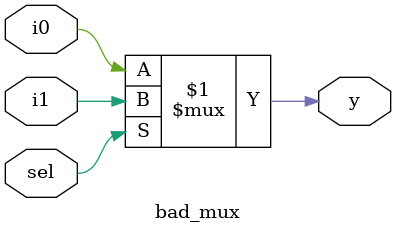
<source format=v>
/* Generated by Yosys 0.32+63 (git sha1 86df114a3, gcc 11.4.0-1ubuntu1~22.04 -fPIC -Os) */

module bad_mux(i0, i1, sel, y);
  input i0;
  wire i0;
  input i1;
  wire i1;
  input sel;
  wire sel;
  output y;
  wire y;
  assign y = sel ? i1 : i0;
endmodule

</source>
